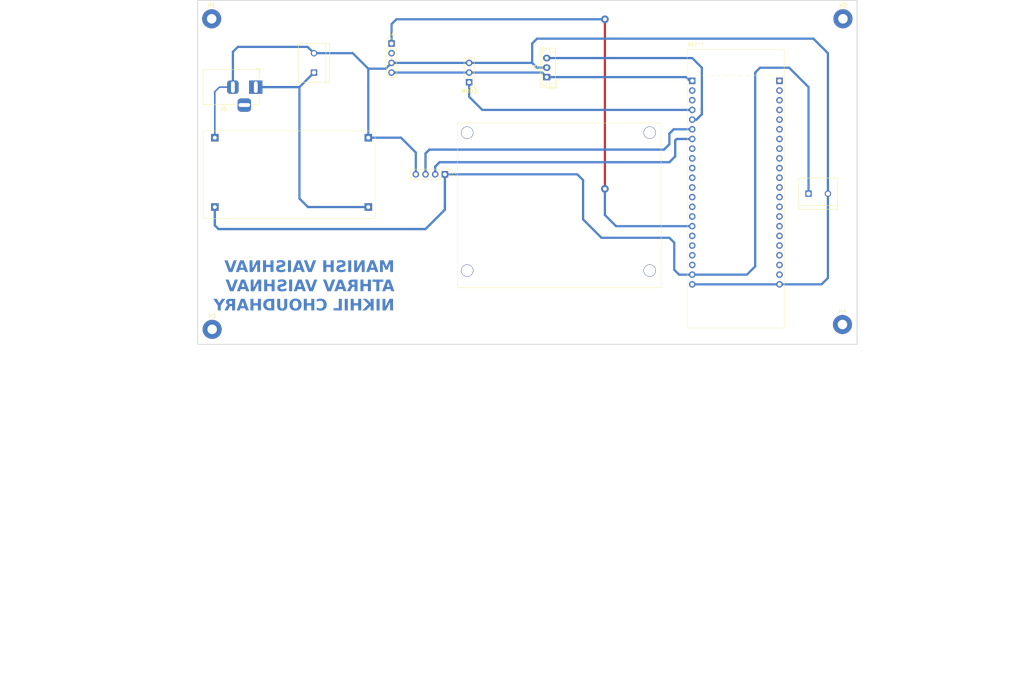
<source format=kicad_pcb>
(kicad_pcb (version 20221018) (generator pcbnew)
  (layers (0 "F.Cu" signal) (31 "B.Cu" signal) (34 "B.Paste" user) (35 "F.Paste" user) (36 "B.SilkS" user "B.Silkscreen") (37 "F.SilkS" user "F.Silkscreen") (38 "B.Mask" user) (39 "F.Mask" user) (44 "Edge.Cuts" user))
  (net 0 "")
  (net 1 "GND")
  (net 2 "DO")
  (net 3 "+5V")
  (net 4 "RELAY")
  (net 5 "AO")
  (net 7 "3V3")
  (net 8 "SW")
  (net 13 "DHT_S")
  (net 14 "IO6")
  (net 15 "IO7")
  (net 45 "12V")
  (footprint "Connector_PinHeader_2.54mm:PinHeader_1x03_P2.54mm_Vertical" (layer "F.Cu") (at 137.8585 39.751 180)
    (fp_text reference "MOD3" (at 0 -2.33) (layer "F.SilkS"))
    (fp_text value "dht11")
    (fp_line (start -1.33 -1.33) (end 0 -1.33) (stroke (width 0.12)) (layer "F.SilkS"))
    (fp_line (start -1.33 0) (end -1.33 -1.33) (stroke (width 0.12)) (layer "F.SilkS"))
    (fp_line (start -1.33 1.27) (end -1.33 6.41) (stroke (width 0.12)) (layer "F.SilkS"))
    (fp_line (start -1.33 1.27) (end 1.33 1.27) (stroke (width 0.12)) (layer "F.SilkS"))
    (fp_line (start -1.33 6.41) (end 1.33 6.41) (stroke (width 0.12)) (layer "F.SilkS"))
    (fp_line (start 1.33 1.27) (end 1.33 6.41) (stroke (width 0.12)) (layer "F.SilkS"))
    (pad "+" thru_hole oval (at 0 2.54 180) (size 1.7 1.7) (drill 1) (layers "*.Cu" "*.Mask") (net 7 "3V3"))
    (pad "-" thru_hole oval (at 0 5.08 180) (size 1.7 1.7) (drill 1) (layers "*.Cu" "*.Mask") (net 1 "GND"))
    (pad "S" thru_hole rect (at 0 0 180) (size 1.7 1.7) (drill 1) (layers "*.Cu" "*.Mask") (net 13 "DHT_S"))
  )
  (footprint "Connector_PinHeader_2.54mm:PinHeader_1x04_P2.54mm_Vertical" (layer "F.Cu") (at 131.5085 63.881 -90)
    (fp_text reference "J1" (at 0 -2.33 90) (layer "F.SilkS"))
    (fp_text value "relay_pins")
    (fp_line (start -1.33 -1.33) (end 0 -1.33) (stroke (width 0.12)) (layer "F.SilkS"))
    (fp_line (start -1.33 0) (end -1.33 -1.33) (stroke (width 0.12)) (layer "F.SilkS"))
    (fp_line (start -1.33 1.27) (end -1.33 8.95) (stroke (width 0.12)) (layer "F.SilkS"))
    (fp_line (start -1.33 1.27) (end 1.33 1.27) (stroke (width 0.12)) (layer "F.SilkS"))
    (fp_line (start -1.33 8.95) (end 1.33 8.95) (stroke (width 0.12)) (layer "F.SilkS"))
    (fp_line (start 1.33 1.27) (end 1.33 8.95) (stroke (width 0.12)) (layer "F.SilkS"))
    (pad "1" thru_hole rect (at 0 0 270) (size 1.7 1.7) (drill 1) (layers "*.Cu" "*.Mask") (net 3 "+5V"))
    (pad "2" thru_hole oval (at 0 2.54 270) (size 1.7 1.7) (drill 1) (layers "*.Cu" "*.Mask") (net 15 "IO7"))
    (pad "3" thru_hole oval (at 0 5.08 270) (size 1.7 1.7) (drill 1) (layers "*.Cu" "*.Mask") (net 14 "IO6"))
    (pad "4" thru_hole oval (at 0 7.62 270) (size 1.7 1.7) (drill 1) (layers "*.Cu" "*.Mask") (net 1 "GND"))
  )
  (footprint "MountingHole:MountingHole_2.5mm_Pad" (layer "F.Cu") (at 235.7755 23.114)
    (fp_text reference "H2" (at 0 -3.5) (layer "F.SilkS"))
    (fp_text value "MountingHole")
    (pad "1" thru_hole circle (at 0 0) (size 5 5) (drill 2.5) (layers "*.Cu" "*.Mask"))
  )
  (footprint "Connector_PinHeader_2.54mm:PinHeader_1x04_P2.54mm_Vertical" (layer "F.Cu") (at 117.5385 29.591)
    (fp_text reference "J4" (at 0 -2.33) (layer "F.SilkS"))
    (fp_text value "moisture sensor")
    (fp_line (start -1.33 -1.33) (end 0 -1.33) (stroke (width 0.12)) (layer "F.SilkS"))
    (fp_line (start -1.33 0) (end -1.33 -1.33) (stroke (width 0.12)) (layer "F.SilkS"))
    (fp_line (start -1.33 1.27) (end -1.33 8.95) (stroke (width 0.12)) (layer "F.SilkS"))
    (fp_line (start -1.33 1.27) (end 1.33 1.27) (stroke (width 0.12)) (layer "F.SilkS"))
    (fp_line (start -1.33 8.95) (end 1.33 8.95) (stroke (width 0.12)) (layer "F.SilkS"))
    (fp_line (start 1.33 1.27) (end 1.33 8.95) (stroke (width 0.12)) (layer "F.SilkS"))
    (pad "1" thru_hole rect (at 0 0) (size 1.7 1.7) (drill 1) (layers "*.Cu" "*.Mask") (net 5 "AO"))
    (pad "2" thru_hole oval (at 0 2.54) (size 1.7 1.7) (drill 1) (layers "*.Cu" "*.Mask"))
    (pad "3" thru_hole oval (at 0 5.08) (size 1.7 1.7) (drill 1) (layers "*.Cu" "*.Mask") (net 1 "GND"))
    (pad "4" thru_hole oval (at 0 7.62) (size 1.7 1.7) (drill 1) (layers "*.Cu" "*.Mask") (net 7 "3V3"))
  )
  (footprint "MountingHole:MountingHole_2.5mm_Pad" (layer "F.Cu") (at 235.6485 103.251)
    (fp_text reference "H4" (at 0 -3.5) (layer "F.SilkS"))
    (fp_text value "MountingHole")
    (pad "1" thru_hole circle (at 0 0) (size 5 5) (drill 2.5) (layers "*.Cu" "*.Mask"))
  )
  (footprint "Connector_PinHeader_2.54mm:PinHeader_1x04_P2.54mm_Vertical" (layer "F.Cu") (at 137.3505 52.959)
    (fp_text reference "J6" hide)
    (fp_text value "Relay_module")
    (fp_rect (start -2.54 -2.54) (end 50.8 40.64) (stroke (width 0.1)) (fill none) (layer "F.SilkS"))
    (pad "" np_thru_hole circle (at 0 0) (size 3.2 3.2) (drill 3) (layers "F&B.Cu" "*.Mask"))
    (pad "" np_thru_hole circle (at 0 36.16) (size 3.2 3.2) (drill 3) (layers "F&B.Cu" "*.Mask"))
    (pad "" np_thru_hole circle (at 47.8 0) (size 3.2 3.2) (drill 3) (layers "F&B.Cu" "*.Mask"))
    (pad "" np_thru_hole circle (at 47.8 36.16) (size 3.2 3.2) (drill 3) (layers "F&B.Cu" "*.Mask"))
  )
  (footprint "MountingHole:MountingHole_2.5mm_Pad" (layer "F.Cu") (at 70.5485 104.521)
    (fp_text reference "H3" (at 0 -3.5) (layer "F.SilkS"))
    (fp_text value "MountingHole")
    (pad "1" thru_hole circle (at 0 0) (size 5 5) (drill 2.5) (layers "*.Cu" "*.Mask"))
  )
  (footprint "Connector_BarrelJack:BarrelJack_Horizontal" (layer "F.Cu") (at 81.9785 41.021)
    (fp_text reference "J5" (at -8.45 5.75) (layer "F.SilkS"))
    (fp_text value "Barrel_Jack")
    (fp_line (start -13.8 -4.6) (end 0.9 -4.6) (stroke (width 0.12)) (layer "F.SilkS"))
    (fp_line (start -13.8 4.6) (end -13.8 -4.6) (stroke (width 0.12)) (layer "F.SilkS"))
    (fp_line (start -5 4.6) (end -13.8 4.6) (stroke (width 0.12)) (layer "F.SilkS"))
    (fp_line (start 0.05 -4.8) (end 1.1 -4.8) (stroke (width 0.12)) (layer "F.SilkS"))
    (fp_line (start 0.9 -4.6) (end 0.9 -2) (stroke (width 0.12)) (layer "F.SilkS"))
    (fp_line (start 0.9 1.9) (end 0.9 4.6) (stroke (width 0.12)) (layer "F.SilkS"))
    (fp_line (start 0.9 4.6) (end -1 4.6) (stroke (width 0.12)) (layer "F.SilkS"))
    (fp_line (start 1.1 -3.75) (end 1.1 -4.8) (stroke (width 0.12)) (layer "F.SilkS"))
    (pad "1" thru_hole rect (at 0 0) (size 3.5 3.5) (drill oval 1 3) (layers "*.Cu" "*.Mask") (net 45 "12V"))
    (pad "2" thru_hole roundrect (at -6 0) (size 3 3.5) (drill oval 1 3) (layers "*.Cu" "*.Mask") (net 1 "GND"))
    (pad "3" thru_hole roundrect (at -3 4.7) (size 3.5 3.5) (drill oval 3 1) (layers "*.Cu" "*.Mask"))
  )
  (footprint "kicad_lib:TE_282837-2" (layer "F.Cu") (at 229.2985 68.961)
    (fp_text reference "J2" hide)
    (fp_text value "PUMP")
    (fp_line (start -5.08 -4.1) (end 5.08 -4.1) (stroke (width 0.127)) (layer "F.SilkS"))
    (fp_line (start -5.08 3.1) (end -5.08 -4.1) (stroke (width 0.127)) (layer "F.SilkS"))
    (fp_line (start -5.08 3.1) (end 5.08 3.1) (stroke (width 0.127)) (layer "F.SilkS"))
    (fp_line (start -5.08 4.1) (end -5.08 3.1) (stroke (width 0.127)) (layer "F.SilkS"))
    (fp_line (start 5.08 -4.1) (end 5.08 3.1) (stroke (width 0.127)) (layer "F.SilkS"))
    (fp_line (start 5.08 3.1) (end 5.08 4.1) (stroke (width 0.127)) (layer "F.SilkS"))
    (fp_line (start 5.08 4.1) (end -5.08 4.1) (stroke (width 0.127)) (layer "F.SilkS"))
    (pad "1" thru_hole rect (at -2.54 0) (size 1.65 1.65) (drill 1.1) (layers "*.Cu" "*.Mask") (net 3 "+5V"))
    (pad "2" thru_hole circle (at 2.54 0) (size 1.65 1.65) (drill 1.1) (layers "*.Cu" "*.Mask") (net 1 "GND"))
  )
  (footprint "ESP32-S3 EXP KIT LIBRARY:ESP32-S3BRD" (layer "F.Cu") (at 195.021 104.1785)
    (fp_text reference "U2" hide)
    (fp_text value "~" hide)
    (fp_text user "REF**" (at 0 -73.66 unlocked) (layer "F.SilkS") (effects (font (thickness 0.1)) (justify left bottom)))
    (fp_line (start 0 -73) (end 25.4 -73) (stroke (width 0.1)) (layer "F.SilkS"))
    (fp_line (start 0 -66.2) (end 25.4 -66.2) (stroke (width 0.1) (type dash_dot)) (layer "F.SilkS"))
    (fp_line (start 0 0) (end 0 -73) (stroke (width 0.1)) (layer "F.SilkS"))
    (fp_line (start 25.4 -73) (end 25.4 0) (stroke (width 0.1)) (layer "F.SilkS"))
    (fp_line (start 25.4 0) (end 0 0) (stroke (width 0.1)) (layer "F.SilkS"))
    (pad "1_1" thru_hole rect (at 1.27 -64.8) (size 1.7 1.7) (drill 1) (layers "*.Cu" "*.Mask") (net 7 "3V3"))
    (pad "1_2" thru_hole circle (at 1.27 -62.26) (size 1.7 1.7) (drill 1) (layers "*.Cu" "*.Mask"))
    (pad "1_3" thru_hole circle (at 1.27 -59.72) (size 1.7 1.7) (drill 1) (layers "*.Cu" "*.Mask"))
    (pad "1_4" thru_hole circle (at 1.27 -57.18) (size 1.7 1.7) (drill 1) (layers "*.Cu" "*.Mask") (net 13 "DHT_S"))
    (pad "1_5" thru_hole circle (at 1.27 -54.64) (size 1.7 1.7) (drill 1) (layers "*.Cu" "*.Mask") (net 2 "DO"))
    (pad "1_6" thru_hole circle (at 1.27 -52.1) (size 1.7 1.7) (drill 1) (layers "*.Cu" "*.Mask") (net 14 "IO6"))
    (pad "1_7" thru_hole circle (at 1.27 -49.56) (size 1.7 1.7) (drill 1) (layers "*.Cu" "*.Mask") (net 15 "IO7"))
    (pad "1_8" thru_hole circle (at 1.27 -47.02) (size 1.7 1.7) (drill 1) (layers "*.Cu" "*.Mask"))
    (pad "1_9" thru_hole circle (at 1.27 -44.48) (size 1.7 1.7) (drill 1) (layers "*.Cu" "*.Mask"))
    (pad "1_10" thru_hole circle (at 1.27 -41.94) (size 1.7 1.7) (drill 1) (layers "*.Cu" "*.Mask"))
    (pad "1_11" thru_hole circle (at 1.27 -39.4) (size 1.7 1.7) (drill 1) (layers "*.Cu" "*.Mask"))
    (pad "1_12" thru_hole circle (at 1.27 -36.86) (size 1.7 1.7) (drill 1) (layers "*.Cu" "*.Mask") (net 8 "SW"))
    (pad "1_13" thru_hole circle (at 1.27 -34.32) (size 1.7 1.7) (drill 1) (layers "*.Cu" "*.Mask"))
    (pad "1_14" thru_hole circle (at 1.27 -31.78) (size 1.7 1.7) (drill 1) (layers "*.Cu" "*.Mask"))
    (pad "1_15" thru_hole circle (at 1.27 -29.24) (size 1.7 1.7) (drill 1) (layers "*.Cu" "*.Mask"))
    (pad "1_16" thru_hole circle (at 1.27 -26.7) (size 1.7 1.7) (drill 1) (layers "*.Cu" "*.Mask") (net 5 "AO"))
    (pad "1_17" thru_hole circle (at 1.27 -24.16) (size 1.7 1.7) (drill 1) (layers "*.Cu" "*.Mask") (net 4 "RELAY"))
    (pad "1_18" thru_hole circle (at 1.27 -21.62) (size 1.7 1.7) (drill 1) (layers "*.Cu" "*.Mask"))
    (pad "1_19" thru_hole circle (at 1.27 -19.08) (size 1.7 1.7) (drill 1) (layers "*.Cu" "*.Mask"))
    (pad "1_20" thru_hole circle (at 1.27 -16.54) (size 1.7 1.7) (drill 1) (layers "*.Cu" "*.Mask"))
    (pad "1_21" thru_hole circle (at 1.27 -14) (size 1.7 1.7) (drill 1) (layers "*.Cu" "*.Mask") (net 3 "+5V"))
    (pad "1_22" thru_hole circle (at 1.27 -11.46) (size 1.7 1.7) (drill 1) (layers "*.Cu" "*.Mask") (net 1 "GND"))
    (pad "2_1" thru_hole rect (at 24.13 -64.8) (size 1.7 1.7) (drill 1) (layers "*.Cu" "*.Mask"))
    (pad "2_2" thru_hole circle (at 24.13 -62.26) (size 1.7 1.7) (drill 1) (layers "*.Cu" "*.Mask"))
    (pad "2_3" thru_hole circle (at 24.13 -59.72) (size 1.7 1.7) (drill 1) (layers "*.Cu" "*.Mask"))
    (pad "2_4" thru_hole circle (at 24.13 -57.18) (size 1.7 1.7) (drill 1) (layers "*.Cu" "*.Mask"))
    (pad "2_5" thru_hole circle (at 24.13 -54.64) (size 1.7 1.7) (drill 1) (layers "*.Cu" "*.Mask"))
    (pad "2_6" thru_hole circle (at 24.13 -52.1) (size 1.7 1.7) (drill 1) (layers "*.Cu" "*.Mask"))
    (pad "2_7" thru_hole circle (at 24.13 -49.56) (size 1.7 1.7) (drill 1) (layers "*.Cu" "*.Mask"))
    (pad "2_8" thru_hole circle (at 24.13 -47.02) (size 1.7 1.7) (drill 1) (layers "*.Cu" "*.Mask"))
    (pad "2_9" thru_hole circle (at 24.13 -44.48) (size 1.7 1.7) (drill 1) (layers "*.Cu" "*.Mask"))
    (pad "2_10" thru_hole circle (at 24.13 -41.94) (size 1.7 1.7) (drill 1) (layers "*.Cu" "*.Mask"))
    (pad "2_11" thru_hole circle (at 24.13 -39.4) (size 1.7 1.7) (drill 1) (layers "*.Cu" "*.Mask"))
    (pad "2_12" thru_hole circle (at 24.13 -36.86) (size 1.7 1.7) (drill 1) (layers "*.Cu" "*.Mask"))
    (pad "2_13" thru_hole circle (at 24.13 -34.32) (size 1.7 1.7) (drill 1) (layers "*.Cu" "*.Mask"))
    (pad "2_14" thru_hole circle (at 24.13 -31.78) (size 1.7 1.7) (drill 1) (layers "*.Cu" "*.Mask"))
    (pad "2_15" thru_hole circle (at 24.13 -29.24) (size 1.7 1.7) (drill 1) (layers "*.Cu" "*.Mask"))
    (pad "2_16" thru_hole circle (at 24.13 -26.7) (size 1.7 1.7) (drill 1) (layers "*.Cu" "*.Mask"))
    (pad "2_17" thru_hole circle (at 24.13 -24.16) (size 1.7 1.7) (drill 1) (layers "*.Cu" "*.Mask"))
    (pad "2_18" thru_hole circle (at 24.13 -21.62) (size 1.7 1.7) (drill 1) (layers "*.Cu" "*.Mask"))
    (pad "2_19" thru_hole circle (at 24.13 -19.08) (size 1.7 1.7) (drill 1) (layers "*.Cu" "*.Mask"))
    (pad "2_20" thru_hole circle (at 24.13 -16.54) (size 1.7 1.7) (drill 1) (layers "*.Cu" "*.Mask"))
    (pad "2_21" thru_hole circle (at 24.13 -14) (size 1.7 1.7) (drill 1) (layers "*.Cu" "*.Mask"))
    (pad "2_22" thru_hole circle (at 24.13 -11.46) (size 1.7 1.7) (drill 1) (layers "*.Cu" "*.Mask") (net 1 "GND"))
  )
  (footprint "Connector_JST:JST_EH_B3B-EH-A_1x03_P2.50mm_Vertical" (layer "F.Cu") (at 158.1785 38.401 90)
    (fp_text reference "J3" (at 2.5 -2.8 90) (layer "F.SilkS"))
    (fp_text value "LDR")
    (fp_line (start -2.91 0.11) (end -2.91 2.61) (stroke (width 0.12)) (layer "F.SilkS"))
    (fp_line (start -2.91 2.61) (end -0.41 2.61) (stroke (width 0.12)) (layer "F.SilkS"))
    (fp_line (start -2.61 -1.71) (end -2.61 2.31) (stroke (width 0.12)) (layer "F.SilkS"))
    (fp_line (start -2.61 0) (end -2.11 0) (stroke (width 0.12)) (layer "F.SilkS"))
    (fp_line (start -2.61 0.81) (end -1.61 0.81) (stroke (width 0.12)) (layer "F.SilkS"))
    (fp_line (start -2.61 2.31) (end 7.61 2.31) (stroke (width 0.12)) (layer "F.SilkS"))
    (fp_line (start -2.11 -1.21) (end 7.11 -1.21) (stroke (width 0.12)) (layer "F.SilkS"))
    (fp_line (start -2.11 0) (end -2.11 -1.21) (stroke (width 0.12)) (layer "F.SilkS"))
    (fp_line (start -1.61 0.81) (end -1.61 2.31) (stroke (width 0.12)) (layer "F.SilkS"))
    (fp_line (start 6.61 0.81) (end 6.61 2.31) (stroke (width 0.12)) (layer "F.SilkS"))
    (fp_line (start 7.11 -1.21) (end 7.11 0) (stroke (width 0.12)) (layer "F.SilkS"))
    (fp_line (start 7.11 0) (end 7.61 0) (stroke (width 0.12)) (layer "F.SilkS"))
    (fp_line (start 7.61 -1.71) (end -2.61 -1.71) (stroke (width 0.12)) (layer "F.SilkS"))
    (fp_line (start 7.61 0.81) (end 6.61 0.81) (stroke (width 0.12)) (layer "F.SilkS"))
    (fp_line (start 7.61 2.31) (end 7.61 -1.71) (stroke (width 0.12)) (layer "F.SilkS"))
    (pad "1" thru_hole roundrect (at 0 0 90) (size 1.7 1.95) (drill 0.95) (layers "*.Cu" "*.Mask") (roundrect_rratio 0.147059) (net 7 "3V3"))
    (pad "2" thru_hole oval (at 2.5 0 90) (size 1.7 1.95) (drill 0.95) (layers "*.Cu" "*.Mask") (net 1 "GND"))
    (pad "3" thru_hole oval (at 5 0 90) (size 1.7 1.95) (drill 0.95) (layers "*.Cu" "*.Mask") (net 2 "DO"))
  )
  (footprint "kicad_lib:BUCK CONVERTER" (layer "F.Cu") (at 113.2425 52.481 180)
    (fp_text reference "Buck_converter1" hide)
    (fp_text value "Conn_01x04_Pin")
    (fp_rect (start 0 0) (end 45 -23) (stroke (width 0.1)) (fill none) (layer "F.SilkS"))
    (pad "IN+" thru_hole rect (at 1.8 -19.98 180) (size 2 2) (drill 1) (layers "*.Cu" "*.Mask") (net 45 "12V"))
    (pad "IN-" thru_hole rect (at 1.8 -1.8 180) (size 2 2) (drill 1) (layers "*.Cu" "B.Mask") (net 1 "GND"))
    (pad "OUT+" thru_hole rect (at 42 -19.98 180) (size 2 2) (drill 1) (layers "*.Cu" "*.Mask") (net 3 "+5V"))
    (pad "OUT-" thru_hole rect (at 42 -1.8 180) (size 2 2) (drill 1) (layers "*.Cu" "*.Mask") (net 1 "GND"))
  )
  (footprint "kicad_lib:TE_282837-2" (layer "F.Cu") (at 97.2185 34.671 90)
    (fp_text reference "J7" hide)
    (fp_text value "LED")
    (fp_line (start -5.08 -4.1) (end 5.08 -4.1) (stroke (width 0.127)) (layer "F.SilkS"))
    (fp_line (start -5.08 3.1) (end -5.08 -4.1) (stroke (width 0.127)) (layer "F.SilkS"))
    (fp_line (start -5.08 3.1) (end 5.08 3.1) (stroke (width 0.127)) (layer "F.SilkS"))
    (fp_line (start -5.08 4.1) (end -5.08 3.1) (stroke (width 0.127)) (layer "F.SilkS"))
    (fp_line (start 5.08 -4.1) (end 5.08 3.1) (stroke (width 0.127)) (layer "F.SilkS"))
    (fp_line (start 5.08 3.1) (end 5.08 4.1) (stroke (width 0.127)) (layer "F.SilkS"))
    (fp_line (start 5.08 4.1) (end -5.08 4.1) (stroke (width 0.127)) (layer "F.SilkS"))
    (pad "1" thru_hole rect (at -2.54 0 90) (size 1.65 1.65) (drill 1.1) (layers "*.Cu" "*.Mask") (net 45 "12V"))
    (pad "2" thru_hole circle (at 2.54 0 90) (size 1.65 1.65) (drill 1.1) (layers "*.Cu" "*.Mask") (net 1 "GND"))
  )
  (footprint "MountingHole:MountingHole_2.5mm_Pad" (layer "F.Cu") (at 70.4215 23.114)
    (fp_text reference "H1" (at 0 -3.5) (layer "F.SilkS"))
    (fp_text value "MountingHole")
    (pad "1" thru_hole circle (at 0 0) (size 5 5) (drill 2.5) (layers "*.Cu" "*.Mask"))
  )
  (gr_rect (start 66.7385 18.288) (end 239.4585 108.458) (stroke (width 0.2)) (fill none) (layer "Edge.Cuts"))
  (gr_text "MANISH VAISHNAV\nATHRAV VAISHNAV\nNIKHIL CHOUDHARY" (at 118.3005 100.076) (layer "B.Cu") (effects (font (size 3 3) (thickness 0.3) bold) (justify left bottom mirror)))
  (segment (start 75.9785 31.781) (end 77.2795 30.48) (width 0.584) (layer "B.Cu") (net 1))
  (segment (start 231.8385 68.961) (end 231.8385 91.059) (width 0.584) (layer "B.Cu") (net 1))
  (segment (start 77.2795 30.48) (end 95.5675 30.48) (width 0.584) (layer "B.Cu") (net 1))
  (segment (start 155.6385 28.321) (end 228.0285 28.321) (width 0.584) (layer "B.Cu") (net 1))
  (segment (start 111.4425 36.195) (end 111.4425 40.767) (width 0.584) (layer "B.Cu") (net 1))
  (segment (start 117.5385 34.671) (end 137.8585 34.671) (width 0.584) (layer "B.Cu") (net 1))
  (segment (start 120.0035 54.281) (end 123.8885 58.166) (width 0.584) (layer "B.Cu") (net 1))
  (segment (start 111.4425 54.281) (end 120.0035 54.281) (width 0.584) (layer "B.Cu") (net 1))
  (segment (start 231.8385 91.059) (end 230.179 92.7185) (width 0.584) (layer "B.Cu") (net 1))
  (segment (start 116.0145 36.195) (end 117.5385 34.671) (width 0.584) (layer "B.Cu") (net 1))
  (segment (start 71.2425 54.281) (end 71.2425 42.35) (width 0.4064) (layer "B.Cu") (net 1))
  (segment (start 154.3685 29.591) (end 155.6385 28.321) (width 0.584) (layer "B.Cu") (net 1))
  (segment (start 97.2185 32.131) (end 107.3785 32.131) (width 0.584) (layer "B.Cu") (net 1))
  (segment (start 75.9785 41.021) (end 75.9785 31.781) (width 0.584) (layer "B.Cu") (net 1))
  (segment (start 228.0285 28.321) (end 231.8385 32.131) (width 0.584) (layer "B.Cu") (net 1))
  (segment (start 154.3685 34.671) (end 154.3685 29.591) (width 0.584) (layer "B.Cu") (net 1))
  (segment (start 137.8585 34.671) (end 154.3685 34.671) (width 0.584) (layer "B.Cu") (net 1))
  (segment (start 71.2425 42.35) (end 71.1835 42.291) (width 0.4064) (layer "B.Cu") (net 1))
  (segment (start 107.3785 32.131) (end 111.4425 36.195) (width 0.584) (layer "B.Cu") (net 1))
  (segment (start 95.5675 30.48) (end 97.2185 32.131) (width 0.584) (layer "B.Cu") (net 1))
  (segment (start 155.5985 35.901) (end 158.1785 35.901) (width 0.584) (layer "B.Cu") (net 1))
  (segment (start 123.8885 58.166) (end 123.8885 63.881) (width 0.584) (layer "B.Cu") (net 1))
  (segment (start 71.1835 42.291) (end 72.4535 41.021) (width 0.4064) (layer "B.Cu") (net 1))
  (segment (start 230.179 92.7185) (end 219.151 92.7185) (width 0.584) (layer "B.Cu") (net 1))
  (segment (start 111.4425 54.281) (end 111.4425 40.767) (width 0.584) (layer "B.Cu") (net 1))
  (segment (start 154.3685 34.671) (end 155.5985 35.901) (width 0.584) (layer "B.Cu") (net 1))
  (segment (start 196.291 92.7185) (end 219.151 92.7185) (width 0.584) (layer "B.Cu") (net 1))
  (segment (start 111.4425 36.195) (end 116.0145 36.195) (width 0.584) (layer "B.Cu") (net 1))
  (segment (start 72.4535 41.021) (end 75.9785 41.021) (width 0.4064) (layer "B.Cu") (net 1))
  (segment (start 231.8385 32.131) (end 231.8385 68.961) (width 0.584) (layer "B.Cu") (net 1))
  (segment (start 158.1785 33.401) (end 196.2785 33.401) (width 0.584) (layer "B.Cu") (net 2))
  (segment (start 197.4215 49.5385) (end 197.4215 49.53) (width 0.6096) (layer "B.Cu") (net 2))
  (segment (start 196.2785 33.401) (end 198.8185 35.941) (width 0.584) (layer "B.Cu") (net 2))
  (segment (start 198.8185 35.941) (end 198.8185 46.609) (width 0.584) (layer "B.Cu") (net 2))
  (segment (start 196.291 49.5385) (end 197.4215 49.5385) (width 0.6096) (layer "B.Cu") (net 2))
  (segment (start 198.8185 46.609) (end 198.8185 47.011) (width 0.584) (layer "B.Cu") (net 2))
  (segment (start 197.4215 49.53) (end 198.8185 48.133) (width 0.6096) (layer "B.Cu") (net 2))
  (segment (start 198.8185 48.133) (end 198.8185 46.609) (width 0.6096) (layer "B.Cu") (net 2))
  (segment (start 71.2425 72.461) (end 71.2425 77.275) (width 0.6096) (layer "B.Cu") (net 3))
  (segment (start 214.0585 35.941) (end 221.6785 35.941) (width 0.584) (layer "B.Cu") (net 3))
  (segment (start 131.5085 63.881) (end 166.1795 63.881) (width 0.584) (layer "B.Cu") (net 3))
  (segment (start 131.5085 63.881) (end 131.5085 72.517) (width 0.6096) (layer "B.Cu") (net 3))
  (segment (start 166.1795 63.881) (end 167.7035 65.405) (width 0.584) (layer "B.Cu") (net 3))
  (segment (start 167.7035 65.405) (end 167.7035 75.692) (width 0.584) (layer "B.Cu") (net 3))
  (segment (start 126.4285 78.232) (end 131.5085 73.152) (width 0.6096) (layer "B.Cu") (net 3))
  (segment (start 192.858 90.1785) (end 196.291 90.1785) (width 0.584) (layer "B.Cu") (net 3))
  (segment (start 167.7035 75.692) (end 172.5295 80.518) (width 0.584) (layer "B.Cu") (net 3))
  (segment (start 221.6785 35.941) (end 226.7585 41.021) (width 0.584) (layer "B.Cu") (net 3))
  (segment (start 190.3095 80.518) (end 191.5795 81.788) (width 0.584) (layer "B.Cu") (net 3))
  (segment (start 72.1995 78.232) (end 126.4285 78.232) (width 0.6096) (layer "B.Cu") (net 3))
  (segment (start 226.7585 41.021) (end 226.7585 68.961) (width 0.584) (layer "B.Cu") (net 3))
  (segment (start 131.5085 72.517) (end 131.5085 73.152) (width 0.6096) (layer "B.Cu") (net 3))
  (segment (start 212.7885 37.211) (end 214.0585 35.941) (width 0.584) (layer "B.Cu") (net 3))
  (segment (start 71.2425 77.275) (end 72.1995 78.232) (width 0.6096) (layer "B.Cu") (net 3))
  (segment (start 210.621 90.1785) (end 212.7885 88.011) (width 0.584) (layer "B.Cu") (net 3))
  (segment (start 191.5795 81.788) (end 191.5795 88.9) (width 0.584) (layer "B.Cu") (net 3))
  (segment (start 196.291 90.1785) (end 210.621 90.1785) (width 0.584) (layer "B.Cu") (net 3))
  (segment (start 212.7885 88.011) (end 212.7885 37.211) (width 0.584) (layer "B.Cu") (net 3))
  (segment (start 191.5795 88.9) (end 192.858 90.1785) (width 0.584) (layer "B.Cu") (net 3))
  (segment (start 172.5295 80.518) (end 190.3095 80.518) (width 0.584) (layer "B.Cu") (net 3))
  (segment (start 173.4185 23.241) (end 173.4185 67.691) (width 0.584) (layer "F.Cu") (net 5))
  (via (at 173.4185 67.691) (size 2) (drill 1) (layers "F.Cu" "B.Cu") (net 5))
  (via (at 173.4185 23.241) (size 2) (drill 1) (layers "F.Cu" "B.Cu") (net 5))
  (segment (start 176.348 77.4785) (end 196.291 77.4785) (width 0.584) (layer "B.Cu") (net 5))
  (segment (start 173.4185 74.549) (end 176.348 77.4785) (width 0.584) (layer "B.Cu") (net 5))
  (segment (start 173.4185 67.691) (end 173.4185 74.549) (width 0.584) (layer "B.Cu") (net 5))
  (segment (start 117.5385 24.511) (end 118.8085 23.241) (width 0.584) (layer "B.Cu") (net 5))
  (segment (start 117.5385 29.591) (end 117.5385 24.511) (width 0.584) (layer "B.Cu") (net 5))
  (segment (start 118.8085 23.241) (end 173.4185 23.241) (width 0.584) (layer "B.Cu") (net 5))
  (segment (start 137.8585 37.211) (end 156.9885 37.211) (width 0.584) (layer "B.Cu") (net 7))
  (segment (start 194.671375 38.401) (end 195.648875 39.3785) (width 0.584) (layer "B.Cu") (net 7))
  (segment (start 195.648875 39.3785) (end 196.291 39.3785) (width 0.584) (layer "B.Cu") (net 7))
  (segment (start 117.5385 37.211) (end 137.8585 37.211) (width 0.584) (layer "B.Cu") (net 7))
  (segment (start 158.1785 38.401) (end 194.671375 38.401) (width 0.584) (layer "B.Cu") (net 7))
  (segment (start 156.9885 37.211) (end 158.1785 38.401) (width 0.584) (layer "B.Cu") (net 7))
  (segment (start 137.8585 39.751) (end 137.8585 43.561) (width 0.584) (layer "B.Cu") (net 13))
  (segment (start 141.296 46.9985) (end 196.291 46.9985) (width 0.584) (layer "B.Cu") (net 13))
  (segment (start 137.8585 43.561) (end 141.296 46.9985) (width 0.584) (layer "B.Cu") (net 13))
  (segment (start 190.3095 56.007) (end 190.3095 53.213) (width 0.6096) (layer "B.Cu") (net 14))
  (segment (start 126.4285 58.42) (end 127.4445 57.404) (width 0.6096) (layer "B.Cu") (net 14))
  (segment (start 126.4285 63.881) (end 126.4285 58.42) (width 0.6096) (layer "B.Cu") (net 14))
  (segment (start 191.444 52.0785) (end 196.291 52.0785) (width 0.6096) (layer "B.Cu") (net 14))
  (segment (start 127.4445 57.404) (end 188.9125 57.404) (width 0.6096) (layer "B.Cu") (net 14))
  (segment (start 188.9125 57.404) (end 190.3095 56.007) (width 0.6096) (layer "B.Cu") (net 14))
  (segment (start 190.3095 53.213) (end 191.444 52.0785) (width 0.6096) (layer "B.Cu") (net 14))
  (segment (start 191.8335 54.991) (end 192.206 54.6185) (width 0.6096) (layer "B.Cu") (net 15))
  (segment (start 192.206 54.6185) (end 196.291 54.6185) (width 0.6096) (layer "B.Cu") (net 15))
  (segment (start 128.9685 63.881) (end 128.9685 61.849) (width 0.6096) (layer "B.Cu") (net 15))
  (segment (start 128.9685 61.849) (end 130.1115 60.706) (width 0.6096) (layer "B.Cu") (net 15))
  (segment (start 190.3095 60.706) (end 191.8335 59.182) (width 0.6096) (layer "B.Cu") (net 15))
  (segment (start 191.8335 59.182) (end 191.8335 54.991) (width 0.6096) (layer "B.Cu") (net 15))
  (segment (start 130.1115 60.706) (end 190.3095 60.706) (width 0.6096) (layer "B.Cu") (net 15))
  (segment (start 81.9785 41.021) (end 93.4085 41.021) (width 0.6096) (layer "B.Cu") (net 45))
  (segment (start 93.4085 41.021) (end 93.4085 70.231) (width 0.584) (layer "B.Cu") (net 45))
  (segment (start 93.4085 41.021) (end 97.2185 37.211) (width 0.584) (layer "B.Cu") (net 45))
  (segment (start 95.6385 72.461) (end 111.4425 72.461) (width 0.584) (layer "B.Cu") (net 45))
  (segment (start 93.4085 70.231) (end 95.6385 72.461) (width 0.584) (layer "B.Cu") (net 45))
)
</source>
